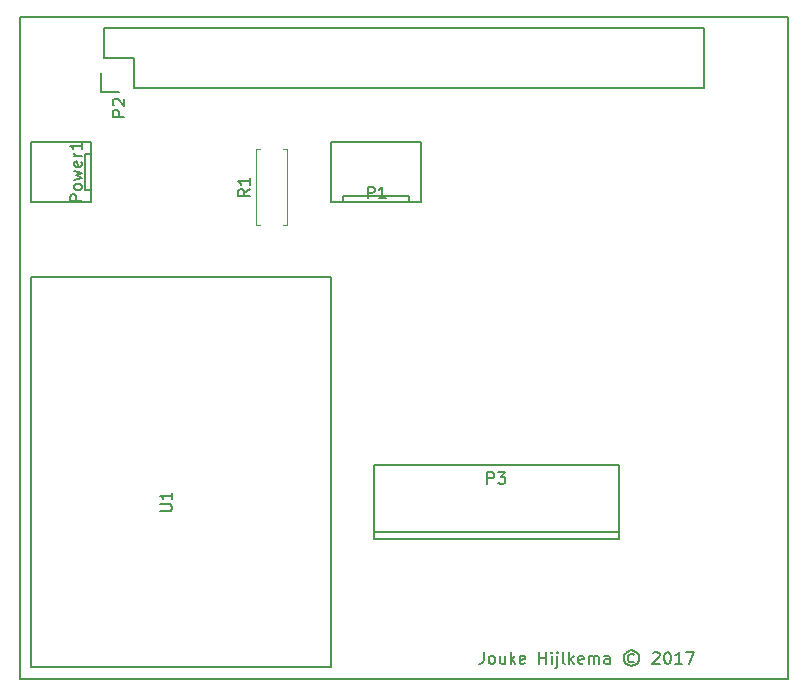
<source format=gbr>
G04 #@! TF.FileFunction,Legend,Top*
%FSLAX46Y46*%
G04 Gerber Fmt 4.6, Leading zero omitted, Abs format (unit mm)*
G04 Created by KiCad (PCBNEW 4.0.5-e0-6337~49~ubuntu16.04.1) date Sun Mar  5 09:11:21 2017*
%MOMM*%
%LPD*%
G01*
G04 APERTURE LIST*
%ADD10C,0.100000*%
%ADD11C,0.150000*%
%ADD12C,0.120000*%
G04 APERTURE END LIST*
D10*
D11*
X110800000Y-122880000D02*
X110800000Y-66880000D01*
X110800000Y-66880000D02*
X175800000Y-66880000D01*
X175800000Y-66880000D02*
X175800000Y-122880000D01*
X175800000Y-122880000D02*
X110800000Y-122880000D01*
X168700000Y-67840000D02*
X117900000Y-67840000D01*
X120440000Y-72920000D02*
X168700000Y-72920000D01*
X168700000Y-67840000D02*
X168700000Y-72920000D01*
X117900000Y-67840000D02*
X117900000Y-70380000D01*
X117620000Y-71650000D02*
X117620000Y-73200000D01*
X117900000Y-70380000D02*
X120440000Y-70380000D01*
X120440000Y-70380000D02*
X120440000Y-72920000D01*
X117620000Y-73200000D02*
X119170000Y-73200000D01*
X116304060Y-81532730D02*
X116304060Y-78492350D01*
X116840000Y-82550000D02*
X116840000Y-77470000D01*
X111760000Y-82550000D02*
X111760000Y-77470000D01*
X116840000Y-81534000D02*
X116332000Y-81534000D01*
X116332000Y-78486000D02*
X116840000Y-78486000D01*
X111760000Y-77470000D02*
X116840000Y-77470000D01*
X116840000Y-82550000D02*
X111760000Y-82550000D01*
X138176000Y-82550000D02*
X138176000Y-82042000D01*
X138176000Y-82042000D02*
X143764000Y-82042000D01*
X143764000Y-82042000D02*
X143764000Y-82550000D01*
X137160000Y-77470000D02*
X144780000Y-77470000D01*
X144780000Y-77470000D02*
X144780000Y-82550000D01*
X144780000Y-82550000D02*
X137160000Y-82550000D01*
X137160000Y-82550000D02*
X137160000Y-77470000D01*
D12*
X131100000Y-84490000D02*
X130770000Y-84490000D01*
X130770000Y-84490000D02*
X130770000Y-78070000D01*
X130770000Y-78070000D02*
X131100000Y-78070000D01*
X133060000Y-84490000D02*
X133390000Y-84490000D01*
X133390000Y-84490000D02*
X133390000Y-78070000D01*
X133390000Y-78070000D02*
X133060000Y-78070000D01*
D11*
X137160000Y-121920000D02*
X137160000Y-88900000D01*
X137160000Y-88900000D02*
X111760000Y-88900000D01*
X111760000Y-88900000D02*
X111760000Y-121920000D01*
X111760000Y-121920000D02*
X137160000Y-121920000D01*
X161480000Y-110490000D02*
X140780000Y-110490000D01*
X140780000Y-111100000D02*
X140780000Y-104800000D01*
X161480000Y-111100000D02*
X161480000Y-104800000D01*
X161480000Y-111100000D02*
X140780000Y-111100000D01*
X161480000Y-104800000D02*
X140780000Y-104800000D01*
X119622381Y-75309095D02*
X118622381Y-75309095D01*
X118622381Y-74928142D01*
X118670000Y-74832904D01*
X118717619Y-74785285D01*
X118812857Y-74737666D01*
X118955714Y-74737666D01*
X119050952Y-74785285D01*
X119098571Y-74832904D01*
X119146190Y-74928142D01*
X119146190Y-75309095D01*
X118717619Y-74356714D02*
X118670000Y-74309095D01*
X118622381Y-74213857D01*
X118622381Y-73975761D01*
X118670000Y-73880523D01*
X118717619Y-73832904D01*
X118812857Y-73785285D01*
X118908095Y-73785285D01*
X119050952Y-73832904D01*
X119622381Y-74404333D01*
X119622381Y-73785285D01*
X150035714Y-120632381D02*
X150035714Y-121346667D01*
X149988094Y-121489524D01*
X149892856Y-121584762D01*
X149749999Y-121632381D01*
X149654761Y-121632381D01*
X150654761Y-121632381D02*
X150559523Y-121584762D01*
X150511904Y-121537143D01*
X150464285Y-121441905D01*
X150464285Y-121156190D01*
X150511904Y-121060952D01*
X150559523Y-121013333D01*
X150654761Y-120965714D01*
X150797619Y-120965714D01*
X150892857Y-121013333D01*
X150940476Y-121060952D01*
X150988095Y-121156190D01*
X150988095Y-121441905D01*
X150940476Y-121537143D01*
X150892857Y-121584762D01*
X150797619Y-121632381D01*
X150654761Y-121632381D01*
X151845238Y-120965714D02*
X151845238Y-121632381D01*
X151416666Y-120965714D02*
X151416666Y-121489524D01*
X151464285Y-121584762D01*
X151559523Y-121632381D01*
X151702381Y-121632381D01*
X151797619Y-121584762D01*
X151845238Y-121537143D01*
X152321428Y-121632381D02*
X152321428Y-120632381D01*
X152416666Y-121251429D02*
X152702381Y-121632381D01*
X152702381Y-120965714D02*
X152321428Y-121346667D01*
X153511905Y-121584762D02*
X153416667Y-121632381D01*
X153226190Y-121632381D01*
X153130952Y-121584762D01*
X153083333Y-121489524D01*
X153083333Y-121108571D01*
X153130952Y-121013333D01*
X153226190Y-120965714D01*
X153416667Y-120965714D01*
X153511905Y-121013333D01*
X153559524Y-121108571D01*
X153559524Y-121203810D01*
X153083333Y-121299048D01*
X154750000Y-121632381D02*
X154750000Y-120632381D01*
X154750000Y-121108571D02*
X155321429Y-121108571D01*
X155321429Y-121632381D02*
X155321429Y-120632381D01*
X155797619Y-121632381D02*
X155797619Y-120965714D01*
X155797619Y-120632381D02*
X155750000Y-120680000D01*
X155797619Y-120727619D01*
X155845238Y-120680000D01*
X155797619Y-120632381D01*
X155797619Y-120727619D01*
X156273809Y-120965714D02*
X156273809Y-121822857D01*
X156226190Y-121918095D01*
X156130952Y-121965714D01*
X156083333Y-121965714D01*
X156273809Y-120632381D02*
X156226190Y-120680000D01*
X156273809Y-120727619D01*
X156321428Y-120680000D01*
X156273809Y-120632381D01*
X156273809Y-120727619D01*
X156892856Y-121632381D02*
X156797618Y-121584762D01*
X156749999Y-121489524D01*
X156749999Y-120632381D01*
X157273809Y-121632381D02*
X157273809Y-120632381D01*
X157369047Y-121251429D02*
X157654762Y-121632381D01*
X157654762Y-120965714D02*
X157273809Y-121346667D01*
X158464286Y-121584762D02*
X158369048Y-121632381D01*
X158178571Y-121632381D01*
X158083333Y-121584762D01*
X158035714Y-121489524D01*
X158035714Y-121108571D01*
X158083333Y-121013333D01*
X158178571Y-120965714D01*
X158369048Y-120965714D01*
X158464286Y-121013333D01*
X158511905Y-121108571D01*
X158511905Y-121203810D01*
X158035714Y-121299048D01*
X158940476Y-121632381D02*
X158940476Y-120965714D01*
X158940476Y-121060952D02*
X158988095Y-121013333D01*
X159083333Y-120965714D01*
X159226191Y-120965714D01*
X159321429Y-121013333D01*
X159369048Y-121108571D01*
X159369048Y-121632381D01*
X159369048Y-121108571D02*
X159416667Y-121013333D01*
X159511905Y-120965714D01*
X159654762Y-120965714D01*
X159750000Y-121013333D01*
X159797619Y-121108571D01*
X159797619Y-121632381D01*
X160702381Y-121632381D02*
X160702381Y-121108571D01*
X160654762Y-121013333D01*
X160559524Y-120965714D01*
X160369047Y-120965714D01*
X160273809Y-121013333D01*
X160702381Y-121584762D02*
X160607143Y-121632381D01*
X160369047Y-121632381D01*
X160273809Y-121584762D01*
X160226190Y-121489524D01*
X160226190Y-121394286D01*
X160273809Y-121299048D01*
X160369047Y-121251429D01*
X160607143Y-121251429D01*
X160702381Y-121203810D01*
X162750000Y-120870476D02*
X162654762Y-120822857D01*
X162464286Y-120822857D01*
X162369048Y-120870476D01*
X162273810Y-120965714D01*
X162226191Y-121060952D01*
X162226191Y-121251429D01*
X162273810Y-121346667D01*
X162369048Y-121441905D01*
X162464286Y-121489524D01*
X162654762Y-121489524D01*
X162750000Y-121441905D01*
X162559524Y-120489524D02*
X162321429Y-120537143D01*
X162083333Y-120680000D01*
X161940476Y-120918095D01*
X161892857Y-121156190D01*
X161940476Y-121394286D01*
X162083333Y-121632381D01*
X162321429Y-121775238D01*
X162559524Y-121822857D01*
X162797619Y-121775238D01*
X163035714Y-121632381D01*
X163178571Y-121394286D01*
X163226191Y-121156190D01*
X163178571Y-120918095D01*
X163035714Y-120680000D01*
X162797619Y-120537143D01*
X162559524Y-120489524D01*
X164369048Y-120727619D02*
X164416667Y-120680000D01*
X164511905Y-120632381D01*
X164750001Y-120632381D01*
X164845239Y-120680000D01*
X164892858Y-120727619D01*
X164940477Y-120822857D01*
X164940477Y-120918095D01*
X164892858Y-121060952D01*
X164321429Y-121632381D01*
X164940477Y-121632381D01*
X165559524Y-120632381D02*
X165654763Y-120632381D01*
X165750001Y-120680000D01*
X165797620Y-120727619D01*
X165845239Y-120822857D01*
X165892858Y-121013333D01*
X165892858Y-121251429D01*
X165845239Y-121441905D01*
X165797620Y-121537143D01*
X165750001Y-121584762D01*
X165654763Y-121632381D01*
X165559524Y-121632381D01*
X165464286Y-121584762D01*
X165416667Y-121537143D01*
X165369048Y-121441905D01*
X165321429Y-121251429D01*
X165321429Y-121013333D01*
X165369048Y-120822857D01*
X165416667Y-120727619D01*
X165464286Y-120680000D01*
X165559524Y-120632381D01*
X166845239Y-121632381D02*
X166273810Y-121632381D01*
X166559524Y-121632381D02*
X166559524Y-120632381D01*
X166464286Y-120775238D01*
X166369048Y-120870476D01*
X166273810Y-120918095D01*
X167178572Y-120632381D02*
X167845239Y-120632381D01*
X167416667Y-121632381D01*
X116022381Y-82462381D02*
X115022381Y-82462381D01*
X115022381Y-82081428D01*
X115070000Y-81986190D01*
X115117619Y-81938571D01*
X115212857Y-81890952D01*
X115355714Y-81890952D01*
X115450952Y-81938571D01*
X115498571Y-81986190D01*
X115546190Y-82081428D01*
X115546190Y-82462381D01*
X116022381Y-81319524D02*
X115974762Y-81414762D01*
X115927143Y-81462381D01*
X115831905Y-81510000D01*
X115546190Y-81510000D01*
X115450952Y-81462381D01*
X115403333Y-81414762D01*
X115355714Y-81319524D01*
X115355714Y-81176666D01*
X115403333Y-81081428D01*
X115450952Y-81033809D01*
X115546190Y-80986190D01*
X115831905Y-80986190D01*
X115927143Y-81033809D01*
X115974762Y-81081428D01*
X116022381Y-81176666D01*
X116022381Y-81319524D01*
X115355714Y-80652857D02*
X116022381Y-80462381D01*
X115546190Y-80271904D01*
X116022381Y-80081428D01*
X115355714Y-79890952D01*
X115974762Y-79129047D02*
X116022381Y-79224285D01*
X116022381Y-79414762D01*
X115974762Y-79510000D01*
X115879524Y-79557619D01*
X115498571Y-79557619D01*
X115403333Y-79510000D01*
X115355714Y-79414762D01*
X115355714Y-79224285D01*
X115403333Y-79129047D01*
X115498571Y-79081428D01*
X115593810Y-79081428D01*
X115689048Y-79557619D01*
X116022381Y-78652857D02*
X115355714Y-78652857D01*
X115546190Y-78652857D02*
X115450952Y-78605238D01*
X115403333Y-78557619D01*
X115355714Y-78462381D01*
X115355714Y-78367142D01*
X116022381Y-77509999D02*
X116022381Y-78081428D01*
X116022381Y-77795714D02*
X115022381Y-77795714D01*
X115165238Y-77890952D01*
X115260476Y-77986190D01*
X115308095Y-78081428D01*
X140231905Y-82232381D02*
X140231905Y-81232381D01*
X140612858Y-81232381D01*
X140708096Y-81280000D01*
X140755715Y-81327619D01*
X140803334Y-81422857D01*
X140803334Y-81565714D01*
X140755715Y-81660952D01*
X140708096Y-81708571D01*
X140612858Y-81756190D01*
X140231905Y-81756190D01*
X141755715Y-82232381D02*
X141184286Y-82232381D01*
X141470000Y-82232381D02*
X141470000Y-81232381D01*
X141374762Y-81375238D01*
X141279524Y-81470476D01*
X141184286Y-81518095D01*
X130222381Y-81446666D02*
X129746190Y-81780000D01*
X130222381Y-82018095D02*
X129222381Y-82018095D01*
X129222381Y-81637142D01*
X129270000Y-81541904D01*
X129317619Y-81494285D01*
X129412857Y-81446666D01*
X129555714Y-81446666D01*
X129650952Y-81494285D01*
X129698571Y-81541904D01*
X129746190Y-81637142D01*
X129746190Y-82018095D01*
X130222381Y-80494285D02*
X130222381Y-81065714D01*
X130222381Y-80780000D02*
X129222381Y-80780000D01*
X129365238Y-80875238D01*
X129460476Y-80970476D01*
X129508095Y-81065714D01*
X122642381Y-108711905D02*
X123451905Y-108711905D01*
X123547143Y-108664286D01*
X123594762Y-108616667D01*
X123642381Y-108521429D01*
X123642381Y-108330952D01*
X123594762Y-108235714D01*
X123547143Y-108188095D01*
X123451905Y-108140476D01*
X122642381Y-108140476D01*
X123642381Y-107140476D02*
X123642381Y-107711905D01*
X123642381Y-107426191D02*
X122642381Y-107426191D01*
X122785238Y-107521429D01*
X122880476Y-107616667D01*
X122928095Y-107711905D01*
X150363965Y-106395781D02*
X150363965Y-105395781D01*
X150744918Y-105395781D01*
X150840156Y-105443400D01*
X150887775Y-105491019D01*
X150935394Y-105586257D01*
X150935394Y-105729114D01*
X150887775Y-105824352D01*
X150840156Y-105871971D01*
X150744918Y-105919590D01*
X150363965Y-105919590D01*
X151268727Y-105395781D02*
X151887775Y-105395781D01*
X151554441Y-105776733D01*
X151697299Y-105776733D01*
X151792537Y-105824352D01*
X151840156Y-105871971D01*
X151887775Y-105967210D01*
X151887775Y-106205305D01*
X151840156Y-106300543D01*
X151792537Y-106348162D01*
X151697299Y-106395781D01*
X151411584Y-106395781D01*
X151316346Y-106348162D01*
X151268727Y-106300543D01*
M02*

</source>
